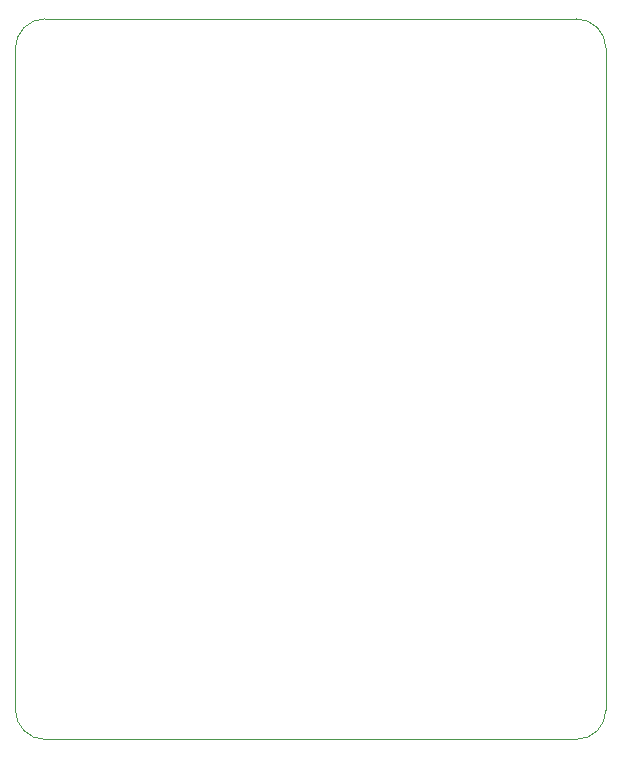
<source format=gm1>
G04 #@! TF.GenerationSoftware,KiCad,Pcbnew,7.0.11-7.0.11~ubuntu22.04.1*
G04 #@! TF.CreationDate,2025-03-19T11:11:56+01:00*
G04 #@! TF.ProjectId,dancebots-pcb,64616e63-6562-46f7-9473-2d7063622e6b,v8.3*
G04 #@! TF.SameCoordinates,Original*
G04 #@! TF.FileFunction,Profile,NP*
%FSLAX46Y46*%
G04 Gerber Fmt 4.6, Leading zero omitted, Abs format (unit mm)*
G04 Created by KiCad (PCBNEW 7.0.11-7.0.11~ubuntu22.04.1) date 2025-03-19 11:11:56*
%MOMM*%
%LPD*%
G01*
G04 APERTURE LIST*
G04 #@! TA.AperFunction,Profile*
%ADD10C,0.100000*%
G04 #@! TD*
G04 APERTURE END LIST*
D10*
X150000000Y-91500000D02*
G75*
G03*
X147500000Y-89000000I-2500000J0D01*
G01*
X150000000Y-147500000D02*
X150000000Y-91500000D01*
X147500000Y-150000000D02*
G75*
G03*
X150000000Y-147500000I0J2500000D01*
G01*
X102500000Y-150000000D02*
X147500000Y-150000000D01*
X100000000Y-91500000D02*
X100000000Y-147500000D01*
X100000000Y-147500000D02*
G75*
G03*
X102500000Y-150000000I2500000J0D01*
G01*
X102500000Y-89000000D02*
G75*
G03*
X100000000Y-91500000I0J-2500000D01*
G01*
X102500000Y-89000000D02*
X147500000Y-89000000D01*
M02*

</source>
